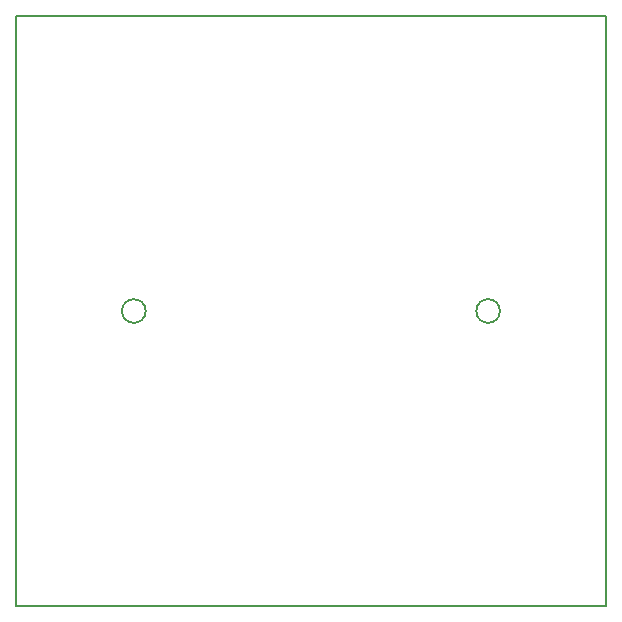
<source format=gbr>
G04 #@! TF.FileFunction,Profile,NP*
%FSLAX46Y46*%
G04 Gerber Fmt 4.6, Leading zero omitted, Abs format (unit mm)*
G04 Created by KiCad (PCBNEW 4.0.2-4+6225~38~ubuntu14.04.1-stable) date Thu 24 Mar 2016 13:26:21 GMT*
%MOMM*%
G01*
G04 APERTURE LIST*
%ADD10C,0.100000*%
%ADD11C,0.150000*%
G04 APERTURE END LIST*
D10*
D11*
X131000000Y-85000000D02*
G75*
G03X131000000Y-85000000I-1000000J0D01*
G01*
X161000000Y-85000000D02*
G75*
G03X161000000Y-85000000I-1000000J0D01*
G01*
X120000000Y-110000000D02*
X120000000Y-60000000D01*
X170000000Y-110000000D02*
X120000000Y-110000000D01*
X170000000Y-60000000D02*
X170000000Y-110000000D01*
X120000000Y-60000000D02*
X170000000Y-60000000D01*
M02*

</source>
